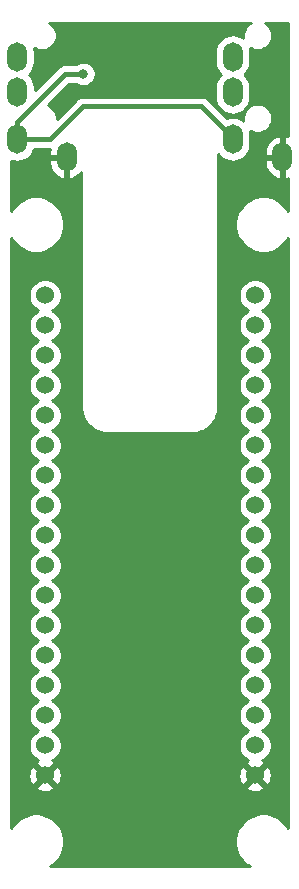
<source format=gtl>
G04 #@! TF.GenerationSoftware,KiCad,Pcbnew,(5.1.0-0)*
G04 #@! TF.CreationDate,2019-06-09T21:10:29+02:00*
G04 #@! TF.ProjectId,blackpill-pendant,626c6163-6b70-4696-9c6c-2d70656e6461,rev?*
G04 #@! TF.SameCoordinates,Original*
G04 #@! TF.FileFunction,Copper,L1,Top*
G04 #@! TF.FilePolarity,Positive*
%FSLAX46Y46*%
G04 Gerber Fmt 4.6, Leading zero omitted, Abs format (unit mm)*
G04 Created by KiCad (PCBNEW (5.1.0-0)) date 2019-06-09 21:10:29*
%MOMM*%
%LPD*%
G04 APERTURE LIST*
%ADD10O,1.700000X2.500000*%
%ADD11C,1.524000*%
%ADD12C,0.800000*%
%ADD13C,0.400000*%
%ADD14C,0.254000*%
G04 APERTURE END LIST*
D10*
X100850000Y-63300000D03*
X96650000Y-61800000D03*
X96650000Y-57800000D03*
X96650000Y-54800000D03*
X82600000Y-63300000D03*
X78400000Y-61800000D03*
X78400000Y-57800000D03*
X78400000Y-54800000D03*
D11*
X80760000Y-75005001D03*
X80760000Y-77545001D03*
X80760000Y-80085001D03*
X80760000Y-82625001D03*
X80760000Y-85165001D03*
X80760000Y-87705001D03*
X80760000Y-90245001D03*
X80760000Y-92785001D03*
X80760000Y-95325001D03*
X80760000Y-97865001D03*
X80760000Y-100405001D03*
X80760000Y-102945001D03*
X80760000Y-105485001D03*
X80760000Y-108025001D03*
X80760000Y-110565001D03*
X80760000Y-113105001D03*
X80760000Y-115645001D03*
X98540000Y-115645001D03*
X98540000Y-113105001D03*
X98540000Y-110565001D03*
X98540000Y-108025001D03*
X98540000Y-105485001D03*
X98540000Y-102945001D03*
X98540000Y-100405001D03*
X98540000Y-97865001D03*
X98540000Y-95325001D03*
X98540000Y-92785001D03*
X98540000Y-90245001D03*
X98540000Y-87705001D03*
X98540000Y-85165001D03*
X98540000Y-82625001D03*
X98540000Y-80085001D03*
X98540000Y-77545001D03*
X98540000Y-75005001D03*
D12*
X89750000Y-53000000D03*
X84000000Y-56249998D03*
D13*
X79500000Y-61800000D02*
X78400000Y-61800000D01*
X84000000Y-59000000D02*
X81200000Y-61800000D01*
X81200000Y-61800000D02*
X79500000Y-61800000D01*
X96650000Y-61800000D02*
X96650000Y-61650000D01*
X96650000Y-61650000D02*
X94000000Y-59000000D01*
X94000000Y-59000000D02*
X84000000Y-59000000D01*
X78400000Y-61800000D02*
X78400000Y-60300000D01*
X78400000Y-60300000D02*
X82450002Y-56249998D01*
X83434315Y-56249998D02*
X84000000Y-56249998D01*
X82450002Y-56249998D02*
X83434315Y-56249998D01*
D14*
G36*
X97962733Y-52040713D02*
G01*
X97790713Y-52212733D01*
X97655557Y-52415008D01*
X97562460Y-52639764D01*
X97515000Y-52878363D01*
X97515000Y-53121637D01*
X97530972Y-53201935D01*
X97479014Y-53159294D01*
X97221034Y-53021401D01*
X96941111Y-52936487D01*
X96650000Y-52907815D01*
X96358890Y-52936487D01*
X96078967Y-53021401D01*
X95820987Y-53159294D01*
X95594866Y-53344866D01*
X95409294Y-53570986D01*
X95271401Y-53828966D01*
X95186487Y-54108889D01*
X95165000Y-54327050D01*
X95165000Y-55272949D01*
X95186487Y-55491110D01*
X95271401Y-55771033D01*
X95409294Y-56029013D01*
X95594866Y-56255134D01*
X95649535Y-56300000D01*
X95594866Y-56344866D01*
X95409294Y-56570986D01*
X95271401Y-56828966D01*
X95186487Y-57108889D01*
X95165000Y-57327050D01*
X95165000Y-58272949D01*
X95186487Y-58491110D01*
X95271401Y-58771033D01*
X95409294Y-59029013D01*
X95594866Y-59255134D01*
X95820986Y-59440706D01*
X96078966Y-59578599D01*
X96358889Y-59663513D01*
X96650000Y-59692185D01*
X96941110Y-59663513D01*
X97221033Y-59578599D01*
X97479013Y-59440706D01*
X97705134Y-59255134D01*
X97890706Y-59029014D01*
X98028599Y-58771034D01*
X98113513Y-58491111D01*
X98135000Y-58272950D01*
X98135000Y-57327051D01*
X98113513Y-57108889D01*
X98028599Y-56828966D01*
X97890706Y-56570986D01*
X97705134Y-56344866D01*
X97650465Y-56300000D01*
X97705134Y-56255134D01*
X97890706Y-56029014D01*
X98028599Y-55771034D01*
X98113513Y-55491111D01*
X98135000Y-55272950D01*
X98135000Y-54327051D01*
X98113513Y-54108889D01*
X98094926Y-54047616D01*
X98165008Y-54094443D01*
X98389764Y-54187540D01*
X98628363Y-54235000D01*
X98871637Y-54235000D01*
X99110236Y-54187540D01*
X99334992Y-54094443D01*
X99537267Y-53959287D01*
X99709287Y-53787267D01*
X99844443Y-53584992D01*
X99937540Y-53360236D01*
X99985000Y-53121637D01*
X99985000Y-52878363D01*
X99937540Y-52639764D01*
X99844443Y-52415008D01*
X99709287Y-52212733D01*
X99537267Y-52040713D01*
X99341641Y-51910000D01*
X101340001Y-51910000D01*
X101340001Y-61496203D01*
X101300953Y-61479437D01*
X101206890Y-61458524D01*
X100977000Y-61579845D01*
X100977000Y-63173000D01*
X100997000Y-63173000D01*
X100997000Y-63427000D01*
X100977000Y-63427000D01*
X100977000Y-65020155D01*
X101206890Y-65141476D01*
X101300953Y-65120563D01*
X101340001Y-65103797D01*
X101340001Y-67835020D01*
X101102550Y-67479651D01*
X100770349Y-67147450D01*
X100379721Y-66886440D01*
X99945679Y-66706654D01*
X99484902Y-66615000D01*
X99015098Y-66615000D01*
X98554321Y-66706654D01*
X98120279Y-66886440D01*
X97729651Y-67147450D01*
X97397450Y-67479651D01*
X97136440Y-67870279D01*
X96956654Y-68304321D01*
X96865000Y-68765098D01*
X96865000Y-69234902D01*
X96956654Y-69695679D01*
X97136440Y-70129721D01*
X97397450Y-70520349D01*
X97729651Y-70852550D01*
X98120279Y-71113560D01*
X98554321Y-71293346D01*
X99015098Y-71385000D01*
X99484902Y-71385000D01*
X99945679Y-71293346D01*
X100379721Y-71113560D01*
X100770349Y-70852550D01*
X101102550Y-70520349D01*
X101340001Y-70164980D01*
X101340000Y-120085019D01*
X101102550Y-119729651D01*
X100770349Y-119397450D01*
X100379721Y-119136440D01*
X99945679Y-118956654D01*
X99484902Y-118865000D01*
X99015098Y-118865000D01*
X98554321Y-118956654D01*
X98120279Y-119136440D01*
X97729651Y-119397450D01*
X97397450Y-119729651D01*
X97136440Y-120120279D01*
X96956654Y-120554321D01*
X96865000Y-121015098D01*
X96865000Y-121484902D01*
X96956654Y-121945679D01*
X97136440Y-122379721D01*
X97397450Y-122770349D01*
X97729651Y-123102550D01*
X98085019Y-123340000D01*
X81164981Y-123340000D01*
X81520349Y-123102550D01*
X81852550Y-122770349D01*
X82113560Y-122379721D01*
X82293346Y-121945679D01*
X82385000Y-121484902D01*
X82385000Y-121015098D01*
X82293346Y-120554321D01*
X82113560Y-120120279D01*
X81852550Y-119729651D01*
X81520349Y-119397450D01*
X81129721Y-119136440D01*
X80695679Y-118956654D01*
X80234902Y-118865000D01*
X79765098Y-118865000D01*
X79304321Y-118956654D01*
X78870279Y-119136440D01*
X78479651Y-119397450D01*
X78147450Y-119729651D01*
X77910000Y-120085019D01*
X77910000Y-116610566D01*
X79974040Y-116610566D01*
X80041020Y-116850657D01*
X80290048Y-116967757D01*
X80557135Y-117034024D01*
X80832017Y-117046911D01*
X81104133Y-117005923D01*
X81363023Y-116912637D01*
X81478980Y-116850657D01*
X81545960Y-116610566D01*
X97754040Y-116610566D01*
X97821020Y-116850657D01*
X98070048Y-116967757D01*
X98337135Y-117034024D01*
X98612017Y-117046911D01*
X98884133Y-117005923D01*
X99143023Y-116912637D01*
X99258980Y-116850657D01*
X99325960Y-116610566D01*
X98540000Y-115824606D01*
X97754040Y-116610566D01*
X81545960Y-116610566D01*
X80760000Y-115824606D01*
X79974040Y-116610566D01*
X77910000Y-116610566D01*
X77910000Y-115717018D01*
X79358090Y-115717018D01*
X79399078Y-115989134D01*
X79492364Y-116248024D01*
X79554344Y-116363981D01*
X79794435Y-116430961D01*
X80580395Y-115645001D01*
X80939605Y-115645001D01*
X81725565Y-116430961D01*
X81965656Y-116363981D01*
X82082756Y-116114953D01*
X82149023Y-115847866D01*
X82155157Y-115717018D01*
X97138090Y-115717018D01*
X97179078Y-115989134D01*
X97272364Y-116248024D01*
X97334344Y-116363981D01*
X97574435Y-116430961D01*
X98360395Y-115645001D01*
X98719605Y-115645001D01*
X99505565Y-116430961D01*
X99745656Y-116363981D01*
X99862756Y-116114953D01*
X99929023Y-115847866D01*
X99941910Y-115572984D01*
X99900922Y-115300868D01*
X99807636Y-115041978D01*
X99745656Y-114926021D01*
X99505565Y-114859041D01*
X98719605Y-115645001D01*
X98360395Y-115645001D01*
X97574435Y-114859041D01*
X97334344Y-114926021D01*
X97217244Y-115175049D01*
X97150977Y-115442136D01*
X97138090Y-115717018D01*
X82155157Y-115717018D01*
X82161910Y-115572984D01*
X82120922Y-115300868D01*
X82027636Y-115041978D01*
X81965656Y-114926021D01*
X81725565Y-114859041D01*
X80939605Y-115645001D01*
X80580395Y-115645001D01*
X79794435Y-114859041D01*
X79554344Y-114926021D01*
X79437244Y-115175049D01*
X79370977Y-115442136D01*
X79358090Y-115717018D01*
X77910000Y-115717018D01*
X77910000Y-74867409D01*
X79363000Y-74867409D01*
X79363000Y-75142593D01*
X79416686Y-75412491D01*
X79521995Y-75666728D01*
X79674880Y-75895536D01*
X79869465Y-76090121D01*
X80098273Y-76243006D01*
X80175515Y-76275001D01*
X80098273Y-76306996D01*
X79869465Y-76459881D01*
X79674880Y-76654466D01*
X79521995Y-76883274D01*
X79416686Y-77137511D01*
X79363000Y-77407409D01*
X79363000Y-77682593D01*
X79416686Y-77952491D01*
X79521995Y-78206728D01*
X79674880Y-78435536D01*
X79869465Y-78630121D01*
X80098273Y-78783006D01*
X80175515Y-78815001D01*
X80098273Y-78846996D01*
X79869465Y-78999881D01*
X79674880Y-79194466D01*
X79521995Y-79423274D01*
X79416686Y-79677511D01*
X79363000Y-79947409D01*
X79363000Y-80222593D01*
X79416686Y-80492491D01*
X79521995Y-80746728D01*
X79674880Y-80975536D01*
X79869465Y-81170121D01*
X80098273Y-81323006D01*
X80175515Y-81355001D01*
X80098273Y-81386996D01*
X79869465Y-81539881D01*
X79674880Y-81734466D01*
X79521995Y-81963274D01*
X79416686Y-82217511D01*
X79363000Y-82487409D01*
X79363000Y-82762593D01*
X79416686Y-83032491D01*
X79521995Y-83286728D01*
X79674880Y-83515536D01*
X79869465Y-83710121D01*
X80098273Y-83863006D01*
X80175515Y-83895001D01*
X80098273Y-83926996D01*
X79869465Y-84079881D01*
X79674880Y-84274466D01*
X79521995Y-84503274D01*
X79416686Y-84757511D01*
X79363000Y-85027409D01*
X79363000Y-85302593D01*
X79416686Y-85572491D01*
X79521995Y-85826728D01*
X79674880Y-86055536D01*
X79869465Y-86250121D01*
X80098273Y-86403006D01*
X80175515Y-86435001D01*
X80098273Y-86466996D01*
X79869465Y-86619881D01*
X79674880Y-86814466D01*
X79521995Y-87043274D01*
X79416686Y-87297511D01*
X79363000Y-87567409D01*
X79363000Y-87842593D01*
X79416686Y-88112491D01*
X79521995Y-88366728D01*
X79674880Y-88595536D01*
X79869465Y-88790121D01*
X80098273Y-88943006D01*
X80175515Y-88975001D01*
X80098273Y-89006996D01*
X79869465Y-89159881D01*
X79674880Y-89354466D01*
X79521995Y-89583274D01*
X79416686Y-89837511D01*
X79363000Y-90107409D01*
X79363000Y-90382593D01*
X79416686Y-90652491D01*
X79521995Y-90906728D01*
X79674880Y-91135536D01*
X79869465Y-91330121D01*
X80098273Y-91483006D01*
X80175515Y-91515001D01*
X80098273Y-91546996D01*
X79869465Y-91699881D01*
X79674880Y-91894466D01*
X79521995Y-92123274D01*
X79416686Y-92377511D01*
X79363000Y-92647409D01*
X79363000Y-92922593D01*
X79416686Y-93192491D01*
X79521995Y-93446728D01*
X79674880Y-93675536D01*
X79869465Y-93870121D01*
X80098273Y-94023006D01*
X80175515Y-94055001D01*
X80098273Y-94086996D01*
X79869465Y-94239881D01*
X79674880Y-94434466D01*
X79521995Y-94663274D01*
X79416686Y-94917511D01*
X79363000Y-95187409D01*
X79363000Y-95462593D01*
X79416686Y-95732491D01*
X79521995Y-95986728D01*
X79674880Y-96215536D01*
X79869465Y-96410121D01*
X80098273Y-96563006D01*
X80175515Y-96595001D01*
X80098273Y-96626996D01*
X79869465Y-96779881D01*
X79674880Y-96974466D01*
X79521995Y-97203274D01*
X79416686Y-97457511D01*
X79363000Y-97727409D01*
X79363000Y-98002593D01*
X79416686Y-98272491D01*
X79521995Y-98526728D01*
X79674880Y-98755536D01*
X79869465Y-98950121D01*
X80098273Y-99103006D01*
X80175515Y-99135001D01*
X80098273Y-99166996D01*
X79869465Y-99319881D01*
X79674880Y-99514466D01*
X79521995Y-99743274D01*
X79416686Y-99997511D01*
X79363000Y-100267409D01*
X79363000Y-100542593D01*
X79416686Y-100812491D01*
X79521995Y-101066728D01*
X79674880Y-101295536D01*
X79869465Y-101490121D01*
X80098273Y-101643006D01*
X80175515Y-101675001D01*
X80098273Y-101706996D01*
X79869465Y-101859881D01*
X79674880Y-102054466D01*
X79521995Y-102283274D01*
X79416686Y-102537511D01*
X79363000Y-102807409D01*
X79363000Y-103082593D01*
X79416686Y-103352491D01*
X79521995Y-103606728D01*
X79674880Y-103835536D01*
X79869465Y-104030121D01*
X80098273Y-104183006D01*
X80175515Y-104215001D01*
X80098273Y-104246996D01*
X79869465Y-104399881D01*
X79674880Y-104594466D01*
X79521995Y-104823274D01*
X79416686Y-105077511D01*
X79363000Y-105347409D01*
X79363000Y-105622593D01*
X79416686Y-105892491D01*
X79521995Y-106146728D01*
X79674880Y-106375536D01*
X79869465Y-106570121D01*
X80098273Y-106723006D01*
X80175515Y-106755001D01*
X80098273Y-106786996D01*
X79869465Y-106939881D01*
X79674880Y-107134466D01*
X79521995Y-107363274D01*
X79416686Y-107617511D01*
X79363000Y-107887409D01*
X79363000Y-108162593D01*
X79416686Y-108432491D01*
X79521995Y-108686728D01*
X79674880Y-108915536D01*
X79869465Y-109110121D01*
X80098273Y-109263006D01*
X80175515Y-109295001D01*
X80098273Y-109326996D01*
X79869465Y-109479881D01*
X79674880Y-109674466D01*
X79521995Y-109903274D01*
X79416686Y-110157511D01*
X79363000Y-110427409D01*
X79363000Y-110702593D01*
X79416686Y-110972491D01*
X79521995Y-111226728D01*
X79674880Y-111455536D01*
X79869465Y-111650121D01*
X80098273Y-111803006D01*
X80175515Y-111835001D01*
X80098273Y-111866996D01*
X79869465Y-112019881D01*
X79674880Y-112214466D01*
X79521995Y-112443274D01*
X79416686Y-112697511D01*
X79363000Y-112967409D01*
X79363000Y-113242593D01*
X79416686Y-113512491D01*
X79521995Y-113766728D01*
X79674880Y-113995536D01*
X79869465Y-114190121D01*
X80098273Y-114343006D01*
X80169943Y-114372693D01*
X80156977Y-114377365D01*
X80041020Y-114439345D01*
X79974040Y-114679436D01*
X80760000Y-115465396D01*
X81545960Y-114679436D01*
X81478980Y-114439345D01*
X81343240Y-114375516D01*
X81421727Y-114343006D01*
X81650535Y-114190121D01*
X81845120Y-113995536D01*
X81998005Y-113766728D01*
X82103314Y-113512491D01*
X82157000Y-113242593D01*
X82157000Y-112967409D01*
X82103314Y-112697511D01*
X81998005Y-112443274D01*
X81845120Y-112214466D01*
X81650535Y-112019881D01*
X81421727Y-111866996D01*
X81344485Y-111835001D01*
X81421727Y-111803006D01*
X81650535Y-111650121D01*
X81845120Y-111455536D01*
X81998005Y-111226728D01*
X82103314Y-110972491D01*
X82157000Y-110702593D01*
X82157000Y-110427409D01*
X82103314Y-110157511D01*
X81998005Y-109903274D01*
X81845120Y-109674466D01*
X81650535Y-109479881D01*
X81421727Y-109326996D01*
X81344485Y-109295001D01*
X81421727Y-109263006D01*
X81650535Y-109110121D01*
X81845120Y-108915536D01*
X81998005Y-108686728D01*
X82103314Y-108432491D01*
X82157000Y-108162593D01*
X82157000Y-107887409D01*
X82103314Y-107617511D01*
X81998005Y-107363274D01*
X81845120Y-107134466D01*
X81650535Y-106939881D01*
X81421727Y-106786996D01*
X81344485Y-106755001D01*
X81421727Y-106723006D01*
X81650535Y-106570121D01*
X81845120Y-106375536D01*
X81998005Y-106146728D01*
X82103314Y-105892491D01*
X82157000Y-105622593D01*
X82157000Y-105347409D01*
X82103314Y-105077511D01*
X81998005Y-104823274D01*
X81845120Y-104594466D01*
X81650535Y-104399881D01*
X81421727Y-104246996D01*
X81344485Y-104215001D01*
X81421727Y-104183006D01*
X81650535Y-104030121D01*
X81845120Y-103835536D01*
X81998005Y-103606728D01*
X82103314Y-103352491D01*
X82157000Y-103082593D01*
X82157000Y-102807409D01*
X82103314Y-102537511D01*
X81998005Y-102283274D01*
X81845120Y-102054466D01*
X81650535Y-101859881D01*
X81421727Y-101706996D01*
X81344485Y-101675001D01*
X81421727Y-101643006D01*
X81650535Y-101490121D01*
X81845120Y-101295536D01*
X81998005Y-101066728D01*
X82103314Y-100812491D01*
X82157000Y-100542593D01*
X82157000Y-100267409D01*
X82103314Y-99997511D01*
X81998005Y-99743274D01*
X81845120Y-99514466D01*
X81650535Y-99319881D01*
X81421727Y-99166996D01*
X81344485Y-99135001D01*
X81421727Y-99103006D01*
X81650535Y-98950121D01*
X81845120Y-98755536D01*
X81998005Y-98526728D01*
X82103314Y-98272491D01*
X82157000Y-98002593D01*
X82157000Y-97727409D01*
X82103314Y-97457511D01*
X81998005Y-97203274D01*
X81845120Y-96974466D01*
X81650535Y-96779881D01*
X81421727Y-96626996D01*
X81344485Y-96595001D01*
X81421727Y-96563006D01*
X81650535Y-96410121D01*
X81845120Y-96215536D01*
X81998005Y-95986728D01*
X82103314Y-95732491D01*
X82157000Y-95462593D01*
X82157000Y-95187409D01*
X82103314Y-94917511D01*
X81998005Y-94663274D01*
X81845120Y-94434466D01*
X81650535Y-94239881D01*
X81421727Y-94086996D01*
X81344485Y-94055001D01*
X81421727Y-94023006D01*
X81650535Y-93870121D01*
X81845120Y-93675536D01*
X81998005Y-93446728D01*
X82103314Y-93192491D01*
X82157000Y-92922593D01*
X82157000Y-92647409D01*
X82103314Y-92377511D01*
X81998005Y-92123274D01*
X81845120Y-91894466D01*
X81650535Y-91699881D01*
X81421727Y-91546996D01*
X81344485Y-91515001D01*
X81421727Y-91483006D01*
X81650535Y-91330121D01*
X81845120Y-91135536D01*
X81998005Y-90906728D01*
X82103314Y-90652491D01*
X82157000Y-90382593D01*
X82157000Y-90107409D01*
X82103314Y-89837511D01*
X81998005Y-89583274D01*
X81845120Y-89354466D01*
X81650535Y-89159881D01*
X81421727Y-89006996D01*
X81344485Y-88975001D01*
X81421727Y-88943006D01*
X81650535Y-88790121D01*
X81845120Y-88595536D01*
X81998005Y-88366728D01*
X82103314Y-88112491D01*
X82157000Y-87842593D01*
X82157000Y-87567409D01*
X82103314Y-87297511D01*
X81998005Y-87043274D01*
X81845120Y-86814466D01*
X81650535Y-86619881D01*
X81421727Y-86466996D01*
X81344485Y-86435001D01*
X81421727Y-86403006D01*
X81650535Y-86250121D01*
X81845120Y-86055536D01*
X81998005Y-85826728D01*
X82103314Y-85572491D01*
X82157000Y-85302593D01*
X82157000Y-85027409D01*
X82103314Y-84757511D01*
X81998005Y-84503274D01*
X81845120Y-84274466D01*
X81650535Y-84079881D01*
X81421727Y-83926996D01*
X81344485Y-83895001D01*
X81421727Y-83863006D01*
X81650535Y-83710121D01*
X81845120Y-83515536D01*
X81998005Y-83286728D01*
X82103314Y-83032491D01*
X82157000Y-82762593D01*
X82157000Y-82487409D01*
X82103314Y-82217511D01*
X81998005Y-81963274D01*
X81845120Y-81734466D01*
X81650535Y-81539881D01*
X81421727Y-81386996D01*
X81344485Y-81355001D01*
X81421727Y-81323006D01*
X81650535Y-81170121D01*
X81845120Y-80975536D01*
X81998005Y-80746728D01*
X82103314Y-80492491D01*
X82157000Y-80222593D01*
X82157000Y-79947409D01*
X82103314Y-79677511D01*
X81998005Y-79423274D01*
X81845120Y-79194466D01*
X81650535Y-78999881D01*
X81421727Y-78846996D01*
X81344485Y-78815001D01*
X81421727Y-78783006D01*
X81650535Y-78630121D01*
X81845120Y-78435536D01*
X81998005Y-78206728D01*
X82103314Y-77952491D01*
X82157000Y-77682593D01*
X82157000Y-77407409D01*
X82103314Y-77137511D01*
X81998005Y-76883274D01*
X81845120Y-76654466D01*
X81650535Y-76459881D01*
X81421727Y-76306996D01*
X81344485Y-76275001D01*
X81421727Y-76243006D01*
X81650535Y-76090121D01*
X81845120Y-75895536D01*
X81998005Y-75666728D01*
X82103314Y-75412491D01*
X82157000Y-75142593D01*
X82157000Y-74867409D01*
X82103314Y-74597511D01*
X81998005Y-74343274D01*
X81845120Y-74114466D01*
X81650535Y-73919881D01*
X81421727Y-73766996D01*
X81167490Y-73661687D01*
X80897592Y-73608001D01*
X80622408Y-73608001D01*
X80352510Y-73661687D01*
X80098273Y-73766996D01*
X79869465Y-73919881D01*
X79674880Y-74114466D01*
X79521995Y-74343274D01*
X79416686Y-74597511D01*
X79363000Y-74867409D01*
X77910000Y-74867409D01*
X77910000Y-70164981D01*
X78147450Y-70520349D01*
X78479651Y-70852550D01*
X78870279Y-71113560D01*
X79304321Y-71293346D01*
X79765098Y-71385000D01*
X80234902Y-71385000D01*
X80695679Y-71293346D01*
X81129721Y-71113560D01*
X81520349Y-70852550D01*
X81852550Y-70520349D01*
X82113560Y-70129721D01*
X82293346Y-69695679D01*
X82385000Y-69234902D01*
X82385000Y-68765098D01*
X82293346Y-68304321D01*
X82113560Y-67870279D01*
X81852550Y-67479651D01*
X81520349Y-67147450D01*
X81129721Y-66886440D01*
X80695679Y-66706654D01*
X80234902Y-66615000D01*
X79765098Y-66615000D01*
X79304321Y-66706654D01*
X78870279Y-66886440D01*
X78479651Y-67147450D01*
X78147450Y-67479651D01*
X77910000Y-67835019D01*
X77910000Y-63603180D01*
X78108889Y-63663513D01*
X78400000Y-63692185D01*
X78691110Y-63663513D01*
X78971033Y-63578599D01*
X79229013Y-63440706D01*
X79245713Y-63427000D01*
X81115000Y-63427000D01*
X81115000Y-63827000D01*
X81168310Y-64114269D01*
X81276639Y-64385618D01*
X81435824Y-64630619D01*
X81639748Y-64839857D01*
X81880574Y-65005291D01*
X82149047Y-65120563D01*
X82243110Y-65141476D01*
X82473000Y-65020155D01*
X82473000Y-63427000D01*
X81115000Y-63427000D01*
X79245713Y-63427000D01*
X79455134Y-63255134D01*
X79640706Y-63029014D01*
X79778599Y-62771034D01*
X79819865Y-62635000D01*
X81140609Y-62635000D01*
X81115000Y-62773000D01*
X81115000Y-63173000D01*
X82473000Y-63173000D01*
X82473000Y-63153000D01*
X82727000Y-63153000D01*
X82727000Y-63173000D01*
X82747000Y-63173000D01*
X82747000Y-63427000D01*
X82727000Y-63427000D01*
X82727000Y-65020155D01*
X82956890Y-65141476D01*
X83050953Y-65120563D01*
X83319426Y-65005291D01*
X83560252Y-64839857D01*
X83764176Y-64630619D01*
X83840001Y-64513917D01*
X83840000Y-84532418D01*
X83842818Y-84561027D01*
X83842753Y-84570288D01*
X83843652Y-84579460D01*
X83874252Y-84870605D01*
X83886283Y-84929217D01*
X83897489Y-84987963D01*
X83900153Y-84996784D01*
X83986721Y-85276440D01*
X84009899Y-85331578D01*
X84032311Y-85387050D01*
X84036638Y-85395186D01*
X84175877Y-85652702D01*
X84209304Y-85702259D01*
X84242080Y-85752347D01*
X84247905Y-85759488D01*
X84434510Y-85985056D01*
X84476965Y-86027215D01*
X84518809Y-86069945D01*
X84525909Y-86075819D01*
X84752773Y-86260845D01*
X84802566Y-86293927D01*
X84851955Y-86327745D01*
X84860061Y-86332127D01*
X85118542Y-86469564D01*
X85173836Y-86492355D01*
X85228829Y-86515925D01*
X85237632Y-86518650D01*
X85517887Y-86603264D01*
X85576564Y-86614882D01*
X85635079Y-86627320D01*
X85644242Y-86628283D01*
X85644244Y-86628283D01*
X85935596Y-86656850D01*
X85935598Y-86656850D01*
X85967581Y-86660000D01*
X93282419Y-86660000D01*
X93311028Y-86657182D01*
X93320288Y-86657247D01*
X93329460Y-86656348D01*
X93620605Y-86625748D01*
X93679217Y-86613717D01*
X93737963Y-86602511D01*
X93746784Y-86599847D01*
X94026440Y-86513279D01*
X94081578Y-86490101D01*
X94137050Y-86467689D01*
X94145181Y-86463365D01*
X94145185Y-86463363D01*
X94145188Y-86463361D01*
X94402702Y-86324123D01*
X94452259Y-86290696D01*
X94502347Y-86257920D01*
X94509488Y-86252095D01*
X94735056Y-86065490D01*
X94777215Y-86023035D01*
X94819945Y-85981191D01*
X94825819Y-85974091D01*
X95010845Y-85747227D01*
X95043927Y-85697434D01*
X95077745Y-85648045D01*
X95082127Y-85639939D01*
X95219564Y-85381458D01*
X95242355Y-85326164D01*
X95265925Y-85271171D01*
X95268650Y-85262368D01*
X95353264Y-84982113D01*
X95364882Y-84923436D01*
X95377320Y-84864921D01*
X95378283Y-84855756D01*
X95406850Y-84564404D01*
X95406850Y-84564402D01*
X95410000Y-84532419D01*
X95410000Y-74867409D01*
X97143000Y-74867409D01*
X97143000Y-75142593D01*
X97196686Y-75412491D01*
X97301995Y-75666728D01*
X97454880Y-75895536D01*
X97649465Y-76090121D01*
X97878273Y-76243006D01*
X97955515Y-76275001D01*
X97878273Y-76306996D01*
X97649465Y-76459881D01*
X97454880Y-76654466D01*
X97301995Y-76883274D01*
X97196686Y-77137511D01*
X97143000Y-77407409D01*
X97143000Y-77682593D01*
X97196686Y-77952491D01*
X97301995Y-78206728D01*
X97454880Y-78435536D01*
X97649465Y-78630121D01*
X97878273Y-78783006D01*
X97955515Y-78815001D01*
X97878273Y-78846996D01*
X97649465Y-78999881D01*
X97454880Y-79194466D01*
X97301995Y-79423274D01*
X97196686Y-79677511D01*
X97143000Y-79947409D01*
X97143000Y-80222593D01*
X97196686Y-80492491D01*
X97301995Y-80746728D01*
X97454880Y-80975536D01*
X97649465Y-81170121D01*
X97878273Y-81323006D01*
X97955515Y-81355001D01*
X97878273Y-81386996D01*
X97649465Y-81539881D01*
X97454880Y-81734466D01*
X97301995Y-81963274D01*
X97196686Y-82217511D01*
X97143000Y-82487409D01*
X97143000Y-82762593D01*
X97196686Y-83032491D01*
X97301995Y-83286728D01*
X97454880Y-83515536D01*
X97649465Y-83710121D01*
X97878273Y-83863006D01*
X97955515Y-83895001D01*
X97878273Y-83926996D01*
X97649465Y-84079881D01*
X97454880Y-84274466D01*
X97301995Y-84503274D01*
X97196686Y-84757511D01*
X97143000Y-85027409D01*
X97143000Y-85302593D01*
X97196686Y-85572491D01*
X97301995Y-85826728D01*
X97454880Y-86055536D01*
X97649465Y-86250121D01*
X97878273Y-86403006D01*
X97955515Y-86435001D01*
X97878273Y-86466996D01*
X97649465Y-86619881D01*
X97454880Y-86814466D01*
X97301995Y-87043274D01*
X97196686Y-87297511D01*
X97143000Y-87567409D01*
X97143000Y-87842593D01*
X97196686Y-88112491D01*
X97301995Y-88366728D01*
X97454880Y-88595536D01*
X97649465Y-88790121D01*
X97878273Y-88943006D01*
X97955515Y-88975001D01*
X97878273Y-89006996D01*
X97649465Y-89159881D01*
X97454880Y-89354466D01*
X97301995Y-89583274D01*
X97196686Y-89837511D01*
X97143000Y-90107409D01*
X97143000Y-90382593D01*
X97196686Y-90652491D01*
X97301995Y-90906728D01*
X97454880Y-91135536D01*
X97649465Y-91330121D01*
X97878273Y-91483006D01*
X97955515Y-91515001D01*
X97878273Y-91546996D01*
X97649465Y-91699881D01*
X97454880Y-91894466D01*
X97301995Y-92123274D01*
X97196686Y-92377511D01*
X97143000Y-92647409D01*
X97143000Y-92922593D01*
X97196686Y-93192491D01*
X97301995Y-93446728D01*
X97454880Y-93675536D01*
X97649465Y-93870121D01*
X97878273Y-94023006D01*
X97955515Y-94055001D01*
X97878273Y-94086996D01*
X97649465Y-94239881D01*
X97454880Y-94434466D01*
X97301995Y-94663274D01*
X97196686Y-94917511D01*
X97143000Y-95187409D01*
X97143000Y-95462593D01*
X97196686Y-95732491D01*
X97301995Y-95986728D01*
X97454880Y-96215536D01*
X97649465Y-96410121D01*
X97878273Y-96563006D01*
X97955515Y-96595001D01*
X97878273Y-96626996D01*
X97649465Y-96779881D01*
X97454880Y-96974466D01*
X97301995Y-97203274D01*
X97196686Y-97457511D01*
X97143000Y-97727409D01*
X97143000Y-98002593D01*
X97196686Y-98272491D01*
X97301995Y-98526728D01*
X97454880Y-98755536D01*
X97649465Y-98950121D01*
X97878273Y-99103006D01*
X97955515Y-99135001D01*
X97878273Y-99166996D01*
X97649465Y-99319881D01*
X97454880Y-99514466D01*
X97301995Y-99743274D01*
X97196686Y-99997511D01*
X97143000Y-100267409D01*
X97143000Y-100542593D01*
X97196686Y-100812491D01*
X97301995Y-101066728D01*
X97454880Y-101295536D01*
X97649465Y-101490121D01*
X97878273Y-101643006D01*
X97955515Y-101675001D01*
X97878273Y-101706996D01*
X97649465Y-101859881D01*
X97454880Y-102054466D01*
X97301995Y-102283274D01*
X97196686Y-102537511D01*
X97143000Y-102807409D01*
X97143000Y-103082593D01*
X97196686Y-103352491D01*
X97301995Y-103606728D01*
X97454880Y-103835536D01*
X97649465Y-104030121D01*
X97878273Y-104183006D01*
X97955515Y-104215001D01*
X97878273Y-104246996D01*
X97649465Y-104399881D01*
X97454880Y-104594466D01*
X97301995Y-104823274D01*
X97196686Y-105077511D01*
X97143000Y-105347409D01*
X97143000Y-105622593D01*
X97196686Y-105892491D01*
X97301995Y-106146728D01*
X97454880Y-106375536D01*
X97649465Y-106570121D01*
X97878273Y-106723006D01*
X97955515Y-106755001D01*
X97878273Y-106786996D01*
X97649465Y-106939881D01*
X97454880Y-107134466D01*
X97301995Y-107363274D01*
X97196686Y-107617511D01*
X97143000Y-107887409D01*
X97143000Y-108162593D01*
X97196686Y-108432491D01*
X97301995Y-108686728D01*
X97454880Y-108915536D01*
X97649465Y-109110121D01*
X97878273Y-109263006D01*
X97955515Y-109295001D01*
X97878273Y-109326996D01*
X97649465Y-109479881D01*
X97454880Y-109674466D01*
X97301995Y-109903274D01*
X97196686Y-110157511D01*
X97143000Y-110427409D01*
X97143000Y-110702593D01*
X97196686Y-110972491D01*
X97301995Y-111226728D01*
X97454880Y-111455536D01*
X97649465Y-111650121D01*
X97878273Y-111803006D01*
X97955515Y-111835001D01*
X97878273Y-111866996D01*
X97649465Y-112019881D01*
X97454880Y-112214466D01*
X97301995Y-112443274D01*
X97196686Y-112697511D01*
X97143000Y-112967409D01*
X97143000Y-113242593D01*
X97196686Y-113512491D01*
X97301995Y-113766728D01*
X97454880Y-113995536D01*
X97649465Y-114190121D01*
X97878273Y-114343006D01*
X97949943Y-114372693D01*
X97936977Y-114377365D01*
X97821020Y-114439345D01*
X97754040Y-114679436D01*
X98540000Y-115465396D01*
X99325960Y-114679436D01*
X99258980Y-114439345D01*
X99123240Y-114375516D01*
X99201727Y-114343006D01*
X99430535Y-114190121D01*
X99625120Y-113995536D01*
X99778005Y-113766728D01*
X99883314Y-113512491D01*
X99937000Y-113242593D01*
X99937000Y-112967409D01*
X99883314Y-112697511D01*
X99778005Y-112443274D01*
X99625120Y-112214466D01*
X99430535Y-112019881D01*
X99201727Y-111866996D01*
X99124485Y-111835001D01*
X99201727Y-111803006D01*
X99430535Y-111650121D01*
X99625120Y-111455536D01*
X99778005Y-111226728D01*
X99883314Y-110972491D01*
X99937000Y-110702593D01*
X99937000Y-110427409D01*
X99883314Y-110157511D01*
X99778005Y-109903274D01*
X99625120Y-109674466D01*
X99430535Y-109479881D01*
X99201727Y-109326996D01*
X99124485Y-109295001D01*
X99201727Y-109263006D01*
X99430535Y-109110121D01*
X99625120Y-108915536D01*
X99778005Y-108686728D01*
X99883314Y-108432491D01*
X99937000Y-108162593D01*
X99937000Y-107887409D01*
X99883314Y-107617511D01*
X99778005Y-107363274D01*
X99625120Y-107134466D01*
X99430535Y-106939881D01*
X99201727Y-106786996D01*
X99124485Y-106755001D01*
X99201727Y-106723006D01*
X99430535Y-106570121D01*
X99625120Y-106375536D01*
X99778005Y-106146728D01*
X99883314Y-105892491D01*
X99937000Y-105622593D01*
X99937000Y-105347409D01*
X99883314Y-105077511D01*
X99778005Y-104823274D01*
X99625120Y-104594466D01*
X99430535Y-104399881D01*
X99201727Y-104246996D01*
X99124485Y-104215001D01*
X99201727Y-104183006D01*
X99430535Y-104030121D01*
X99625120Y-103835536D01*
X99778005Y-103606728D01*
X99883314Y-103352491D01*
X99937000Y-103082593D01*
X99937000Y-102807409D01*
X99883314Y-102537511D01*
X99778005Y-102283274D01*
X99625120Y-102054466D01*
X99430535Y-101859881D01*
X99201727Y-101706996D01*
X99124485Y-101675001D01*
X99201727Y-101643006D01*
X99430535Y-101490121D01*
X99625120Y-101295536D01*
X99778005Y-101066728D01*
X99883314Y-100812491D01*
X99937000Y-100542593D01*
X99937000Y-100267409D01*
X99883314Y-99997511D01*
X99778005Y-99743274D01*
X99625120Y-99514466D01*
X99430535Y-99319881D01*
X99201727Y-99166996D01*
X99124485Y-99135001D01*
X99201727Y-99103006D01*
X99430535Y-98950121D01*
X99625120Y-98755536D01*
X99778005Y-98526728D01*
X99883314Y-98272491D01*
X99937000Y-98002593D01*
X99937000Y-97727409D01*
X99883314Y-97457511D01*
X99778005Y-97203274D01*
X99625120Y-96974466D01*
X99430535Y-96779881D01*
X99201727Y-96626996D01*
X99124485Y-96595001D01*
X99201727Y-96563006D01*
X99430535Y-96410121D01*
X99625120Y-96215536D01*
X99778005Y-95986728D01*
X99883314Y-95732491D01*
X99937000Y-95462593D01*
X99937000Y-95187409D01*
X99883314Y-94917511D01*
X99778005Y-94663274D01*
X99625120Y-94434466D01*
X99430535Y-94239881D01*
X99201727Y-94086996D01*
X99124485Y-94055001D01*
X99201727Y-94023006D01*
X99430535Y-93870121D01*
X99625120Y-93675536D01*
X99778005Y-93446728D01*
X99883314Y-93192491D01*
X99937000Y-92922593D01*
X99937000Y-92647409D01*
X99883314Y-92377511D01*
X99778005Y-92123274D01*
X99625120Y-91894466D01*
X99430535Y-91699881D01*
X99201727Y-91546996D01*
X99124485Y-91515001D01*
X99201727Y-91483006D01*
X99430535Y-91330121D01*
X99625120Y-91135536D01*
X99778005Y-90906728D01*
X99883314Y-90652491D01*
X99937000Y-90382593D01*
X99937000Y-90107409D01*
X99883314Y-89837511D01*
X99778005Y-89583274D01*
X99625120Y-89354466D01*
X99430535Y-89159881D01*
X99201727Y-89006996D01*
X99124485Y-88975001D01*
X99201727Y-88943006D01*
X99430535Y-88790121D01*
X99625120Y-88595536D01*
X99778005Y-88366728D01*
X99883314Y-88112491D01*
X99937000Y-87842593D01*
X99937000Y-87567409D01*
X99883314Y-87297511D01*
X99778005Y-87043274D01*
X99625120Y-86814466D01*
X99430535Y-86619881D01*
X99201727Y-86466996D01*
X99124485Y-86435001D01*
X99201727Y-86403006D01*
X99430535Y-86250121D01*
X99625120Y-86055536D01*
X99778005Y-85826728D01*
X99883314Y-85572491D01*
X99937000Y-85302593D01*
X99937000Y-85027409D01*
X99883314Y-84757511D01*
X99778005Y-84503274D01*
X99625120Y-84274466D01*
X99430535Y-84079881D01*
X99201727Y-83926996D01*
X99124485Y-83895001D01*
X99201727Y-83863006D01*
X99430535Y-83710121D01*
X99625120Y-83515536D01*
X99778005Y-83286728D01*
X99883314Y-83032491D01*
X99937000Y-82762593D01*
X99937000Y-82487409D01*
X99883314Y-82217511D01*
X99778005Y-81963274D01*
X99625120Y-81734466D01*
X99430535Y-81539881D01*
X99201727Y-81386996D01*
X99124485Y-81355001D01*
X99201727Y-81323006D01*
X99430535Y-81170121D01*
X99625120Y-80975536D01*
X99778005Y-80746728D01*
X99883314Y-80492491D01*
X99937000Y-80222593D01*
X99937000Y-79947409D01*
X99883314Y-79677511D01*
X99778005Y-79423274D01*
X99625120Y-79194466D01*
X99430535Y-78999881D01*
X99201727Y-78846996D01*
X99124485Y-78815001D01*
X99201727Y-78783006D01*
X99430535Y-78630121D01*
X99625120Y-78435536D01*
X99778005Y-78206728D01*
X99883314Y-77952491D01*
X99937000Y-77682593D01*
X99937000Y-77407409D01*
X99883314Y-77137511D01*
X99778005Y-76883274D01*
X99625120Y-76654466D01*
X99430535Y-76459881D01*
X99201727Y-76306996D01*
X99124485Y-76275001D01*
X99201727Y-76243006D01*
X99430535Y-76090121D01*
X99625120Y-75895536D01*
X99778005Y-75666728D01*
X99883314Y-75412491D01*
X99937000Y-75142593D01*
X99937000Y-74867409D01*
X99883314Y-74597511D01*
X99778005Y-74343274D01*
X99625120Y-74114466D01*
X99430535Y-73919881D01*
X99201727Y-73766996D01*
X98947490Y-73661687D01*
X98677592Y-73608001D01*
X98402408Y-73608001D01*
X98132510Y-73661687D01*
X97878273Y-73766996D01*
X97649465Y-73919881D01*
X97454880Y-74114466D01*
X97301995Y-74343274D01*
X97196686Y-74597511D01*
X97143000Y-74867409D01*
X95410000Y-74867409D01*
X95410000Y-63029873D01*
X95594866Y-63255134D01*
X95820986Y-63440706D01*
X96078966Y-63578599D01*
X96358889Y-63663513D01*
X96650000Y-63692185D01*
X96941110Y-63663513D01*
X97221033Y-63578599D01*
X97479013Y-63440706D01*
X97495713Y-63427000D01*
X99365000Y-63427000D01*
X99365000Y-63827000D01*
X99418310Y-64114269D01*
X99526639Y-64385618D01*
X99685824Y-64630619D01*
X99889748Y-64839857D01*
X100130574Y-65005291D01*
X100399047Y-65120563D01*
X100493110Y-65141476D01*
X100723000Y-65020155D01*
X100723000Y-63427000D01*
X99365000Y-63427000D01*
X97495713Y-63427000D01*
X97705134Y-63255134D01*
X97890706Y-63029014D01*
X98027548Y-62773000D01*
X99365000Y-62773000D01*
X99365000Y-63173000D01*
X100723000Y-63173000D01*
X100723000Y-61579845D01*
X100493110Y-61458524D01*
X100399047Y-61479437D01*
X100130574Y-61594709D01*
X99889748Y-61760143D01*
X99685824Y-61969381D01*
X99526639Y-62214382D01*
X99418310Y-62485731D01*
X99365000Y-62773000D01*
X98027548Y-62773000D01*
X98028599Y-62771034D01*
X98113513Y-62491111D01*
X98135000Y-62272950D01*
X98135000Y-61327051D01*
X98113513Y-61108889D01*
X98094926Y-61047616D01*
X98165008Y-61094443D01*
X98389764Y-61187540D01*
X98628363Y-61235000D01*
X98871637Y-61235000D01*
X99110236Y-61187540D01*
X99334992Y-61094443D01*
X99537267Y-60959287D01*
X99709287Y-60787267D01*
X99844443Y-60584992D01*
X99937540Y-60360236D01*
X99985000Y-60121637D01*
X99985000Y-59878363D01*
X99937540Y-59639764D01*
X99844443Y-59415008D01*
X99709287Y-59212733D01*
X99537267Y-59040713D01*
X99334992Y-58905557D01*
X99110236Y-58812460D01*
X98871637Y-58765000D01*
X98628363Y-58765000D01*
X98389764Y-58812460D01*
X98165008Y-58905557D01*
X97962733Y-59040713D01*
X97790713Y-59212733D01*
X97655557Y-59415008D01*
X97562460Y-59639764D01*
X97515000Y-59878363D01*
X97515000Y-60121637D01*
X97530972Y-60201935D01*
X97479014Y-60159294D01*
X97221034Y-60021401D01*
X96941111Y-59936487D01*
X96650000Y-59907815D01*
X96358890Y-59936487D01*
X96173571Y-59992703D01*
X94619446Y-58438579D01*
X94593291Y-58406709D01*
X94466146Y-58302364D01*
X94321087Y-58224828D01*
X94163689Y-58177082D01*
X94041019Y-58165000D01*
X94041018Y-58165000D01*
X94000000Y-58160960D01*
X93958982Y-58165000D01*
X84041018Y-58165000D01*
X84000000Y-58160960D01*
X83958981Y-58165000D01*
X83836311Y-58177082D01*
X83678913Y-58224828D01*
X83533854Y-58302364D01*
X83406709Y-58406709D01*
X83380559Y-58438573D01*
X81735000Y-60084133D01*
X81735000Y-59878363D01*
X81687540Y-59639764D01*
X81594443Y-59415008D01*
X81459287Y-59212733D01*
X81287267Y-59040713D01*
X81084992Y-58905557D01*
X81007436Y-58873432D01*
X82795871Y-57084998D01*
X83386715Y-57084998D01*
X83509744Y-57167203D01*
X83698102Y-57245224D01*
X83898061Y-57284998D01*
X84101939Y-57284998D01*
X84301898Y-57245224D01*
X84490256Y-57167203D01*
X84659774Y-57053935D01*
X84803937Y-56909772D01*
X84917205Y-56740254D01*
X84995226Y-56551896D01*
X85035000Y-56351937D01*
X85035000Y-56148059D01*
X84995226Y-55948100D01*
X84917205Y-55759742D01*
X84803937Y-55590224D01*
X84659774Y-55446061D01*
X84490256Y-55332793D01*
X84301898Y-55254772D01*
X84101939Y-55214998D01*
X83898061Y-55214998D01*
X83698102Y-55254772D01*
X83509744Y-55332793D01*
X83386715Y-55414998D01*
X82491020Y-55414998D01*
X82450002Y-55410958D01*
X82408984Y-55414998D01*
X82408983Y-55414998D01*
X82286313Y-55427080D01*
X82128915Y-55474826D01*
X81983856Y-55552362D01*
X81856711Y-55656707D01*
X81830565Y-55688566D01*
X79885000Y-57634132D01*
X79885000Y-57327051D01*
X79863513Y-57108889D01*
X79778599Y-56828966D01*
X79640706Y-56570986D01*
X79455134Y-56344866D01*
X79400465Y-56300000D01*
X79455134Y-56255134D01*
X79640706Y-56029014D01*
X79778599Y-55771034D01*
X79863513Y-55491111D01*
X79885000Y-55272950D01*
X79885000Y-54327051D01*
X79863513Y-54108889D01*
X79844926Y-54047616D01*
X79915008Y-54094443D01*
X80139764Y-54187540D01*
X80378363Y-54235000D01*
X80621637Y-54235000D01*
X80860236Y-54187540D01*
X81084992Y-54094443D01*
X81287267Y-53959287D01*
X81459287Y-53787267D01*
X81594443Y-53584992D01*
X81687540Y-53360236D01*
X81735000Y-53121637D01*
X81735000Y-52878363D01*
X81687540Y-52639764D01*
X81594443Y-52415008D01*
X81459287Y-52212733D01*
X81287267Y-52040713D01*
X81091641Y-51910000D01*
X98158359Y-51910000D01*
X97962733Y-52040713D01*
X97962733Y-52040713D01*
G37*
X97962733Y-52040713D02*
X97790713Y-52212733D01*
X97655557Y-52415008D01*
X97562460Y-52639764D01*
X97515000Y-52878363D01*
X97515000Y-53121637D01*
X97530972Y-53201935D01*
X97479014Y-53159294D01*
X97221034Y-53021401D01*
X96941111Y-52936487D01*
X96650000Y-52907815D01*
X96358890Y-52936487D01*
X96078967Y-53021401D01*
X95820987Y-53159294D01*
X95594866Y-53344866D01*
X95409294Y-53570986D01*
X95271401Y-53828966D01*
X95186487Y-54108889D01*
X95165000Y-54327050D01*
X95165000Y-55272949D01*
X95186487Y-55491110D01*
X95271401Y-55771033D01*
X95409294Y-56029013D01*
X95594866Y-56255134D01*
X95649535Y-56300000D01*
X95594866Y-56344866D01*
X95409294Y-56570986D01*
X95271401Y-56828966D01*
X95186487Y-57108889D01*
X95165000Y-57327050D01*
X95165000Y-58272949D01*
X95186487Y-58491110D01*
X95271401Y-58771033D01*
X95409294Y-59029013D01*
X95594866Y-59255134D01*
X95820986Y-59440706D01*
X96078966Y-59578599D01*
X96358889Y-59663513D01*
X96650000Y-59692185D01*
X96941110Y-59663513D01*
X97221033Y-59578599D01*
X97479013Y-59440706D01*
X97705134Y-59255134D01*
X97890706Y-59029014D01*
X98028599Y-58771034D01*
X98113513Y-58491111D01*
X98135000Y-58272950D01*
X98135000Y-57327051D01*
X98113513Y-57108889D01*
X98028599Y-56828966D01*
X97890706Y-56570986D01*
X97705134Y-56344866D01*
X97650465Y-56300000D01*
X97705134Y-56255134D01*
X97890706Y-56029014D01*
X98028599Y-55771034D01*
X98113513Y-55491111D01*
X98135000Y-55272950D01*
X98135000Y-54327051D01*
X98113513Y-54108889D01*
X98094926Y-54047616D01*
X98165008Y-54094443D01*
X98389764Y-54187540D01*
X98628363Y-54235000D01*
X98871637Y-54235000D01*
X99110236Y-54187540D01*
X99334992Y-54094443D01*
X99537267Y-53959287D01*
X99709287Y-53787267D01*
X99844443Y-53584992D01*
X99937540Y-53360236D01*
X99985000Y-53121637D01*
X99985000Y-52878363D01*
X99937540Y-52639764D01*
X99844443Y-52415008D01*
X99709287Y-52212733D01*
X99537267Y-52040713D01*
X99341641Y-51910000D01*
X101340001Y-51910000D01*
X101340001Y-61496203D01*
X101300953Y-61479437D01*
X101206890Y-61458524D01*
X100977000Y-61579845D01*
X100977000Y-63173000D01*
X100997000Y-63173000D01*
X100997000Y-63427000D01*
X100977000Y-63427000D01*
X100977000Y-65020155D01*
X101206890Y-65141476D01*
X101300953Y-65120563D01*
X101340001Y-65103797D01*
X101340001Y-67835020D01*
X101102550Y-67479651D01*
X100770349Y-67147450D01*
X100379721Y-66886440D01*
X99945679Y-66706654D01*
X99484902Y-66615000D01*
X99015098Y-66615000D01*
X98554321Y-66706654D01*
X98120279Y-66886440D01*
X97729651Y-67147450D01*
X97397450Y-67479651D01*
X97136440Y-67870279D01*
X96956654Y-68304321D01*
X96865000Y-68765098D01*
X96865000Y-69234902D01*
X96956654Y-69695679D01*
X97136440Y-70129721D01*
X97397450Y-70520349D01*
X97729651Y-70852550D01*
X98120279Y-71113560D01*
X98554321Y-71293346D01*
X99015098Y-71385000D01*
X99484902Y-71385000D01*
X99945679Y-71293346D01*
X100379721Y-71113560D01*
X100770349Y-70852550D01*
X101102550Y-70520349D01*
X101340001Y-70164980D01*
X101340000Y-120085019D01*
X101102550Y-119729651D01*
X100770349Y-119397450D01*
X100379721Y-119136440D01*
X99945679Y-118956654D01*
X99484902Y-118865000D01*
X99015098Y-118865000D01*
X98554321Y-118956654D01*
X98120279Y-119136440D01*
X97729651Y-119397450D01*
X97397450Y-119729651D01*
X97136440Y-120120279D01*
X96956654Y-120554321D01*
X96865000Y-121015098D01*
X96865000Y-121484902D01*
X96956654Y-121945679D01*
X97136440Y-122379721D01*
X97397450Y-122770349D01*
X97729651Y-123102550D01*
X98085019Y-123340000D01*
X81164981Y-123340000D01*
X81520349Y-123102550D01*
X81852550Y-122770349D01*
X82113560Y-122379721D01*
X82293346Y-121945679D01*
X82385000Y-121484902D01*
X82385000Y-121015098D01*
X82293346Y-120554321D01*
X82113560Y-120120279D01*
X81852550Y-119729651D01*
X81520349Y-119397450D01*
X81129721Y-119136440D01*
X80695679Y-118956654D01*
X80234902Y-118865000D01*
X79765098Y-118865000D01*
X79304321Y-118956654D01*
X78870279Y-119136440D01*
X78479651Y-119397450D01*
X78147450Y-119729651D01*
X77910000Y-120085019D01*
X77910000Y-116610566D01*
X79974040Y-116610566D01*
X80041020Y-116850657D01*
X80290048Y-116967757D01*
X80557135Y-117034024D01*
X80832017Y-117046911D01*
X81104133Y-117005923D01*
X81363023Y-116912637D01*
X81478980Y-116850657D01*
X81545960Y-116610566D01*
X97754040Y-116610566D01*
X97821020Y-116850657D01*
X98070048Y-116967757D01*
X98337135Y-117034024D01*
X98612017Y-117046911D01*
X98884133Y-117005923D01*
X99143023Y-116912637D01*
X99258980Y-116850657D01*
X99325960Y-116610566D01*
X98540000Y-115824606D01*
X97754040Y-116610566D01*
X81545960Y-116610566D01*
X80760000Y-115824606D01*
X79974040Y-116610566D01*
X77910000Y-116610566D01*
X77910000Y-115717018D01*
X79358090Y-115717018D01*
X79399078Y-115989134D01*
X79492364Y-116248024D01*
X79554344Y-116363981D01*
X79794435Y-116430961D01*
X80580395Y-115645001D01*
X80939605Y-115645001D01*
X81725565Y-116430961D01*
X81965656Y-116363981D01*
X82082756Y-116114953D01*
X82149023Y-115847866D01*
X82155157Y-115717018D01*
X97138090Y-115717018D01*
X97179078Y-115989134D01*
X97272364Y-116248024D01*
X97334344Y-116363981D01*
X97574435Y-116430961D01*
X98360395Y-115645001D01*
X98719605Y-115645001D01*
X99505565Y-116430961D01*
X99745656Y-116363981D01*
X99862756Y-116114953D01*
X99929023Y-115847866D01*
X99941910Y-115572984D01*
X99900922Y-115300868D01*
X99807636Y-115041978D01*
X99745656Y-114926021D01*
X99505565Y-114859041D01*
X98719605Y-115645001D01*
X98360395Y-115645001D01*
X97574435Y-114859041D01*
X97334344Y-114926021D01*
X97217244Y-115175049D01*
X97150977Y-115442136D01*
X97138090Y-115717018D01*
X82155157Y-115717018D01*
X82161910Y-115572984D01*
X82120922Y-115300868D01*
X82027636Y-115041978D01*
X81965656Y-114926021D01*
X81725565Y-114859041D01*
X80939605Y-115645001D01*
X80580395Y-115645001D01*
X79794435Y-114859041D01*
X79554344Y-114926021D01*
X79437244Y-115175049D01*
X79370977Y-115442136D01*
X79358090Y-115717018D01*
X77910000Y-115717018D01*
X77910000Y-74867409D01*
X79363000Y-74867409D01*
X79363000Y-75142593D01*
X79416686Y-75412491D01*
X79521995Y-75666728D01*
X79674880Y-75895536D01*
X79869465Y-76090121D01*
X80098273Y-76243006D01*
X80175515Y-76275001D01*
X80098273Y-76306996D01*
X79869465Y-76459881D01*
X79674880Y-76654466D01*
X79521995Y-76883274D01*
X79416686Y-77137511D01*
X79363000Y-77407409D01*
X79363000Y-77682593D01*
X79416686Y-77952491D01*
X79521995Y-78206728D01*
X79674880Y-78435536D01*
X79869465Y-78630121D01*
X80098273Y-78783006D01*
X80175515Y-78815001D01*
X80098273Y-78846996D01*
X79869465Y-78999881D01*
X79674880Y-79194466D01*
X79521995Y-79423274D01*
X79416686Y-79677511D01*
X79363000Y-79947409D01*
X79363000Y-80222593D01*
X79416686Y-80492491D01*
X79521995Y-80746728D01*
X79674880Y-80975536D01*
X79869465Y-81170121D01*
X80098273Y-81323006D01*
X80175515Y-81355001D01*
X80098273Y-81386996D01*
X79869465Y-81539881D01*
X79674880Y-81734466D01*
X79521995Y-81963274D01*
X79416686Y-82217511D01*
X79363000Y-82487409D01*
X79363000Y-82762593D01*
X79416686Y-83032491D01*
X79521995Y-83286728D01*
X79674880Y-83515536D01*
X79869465Y-83710121D01*
X80098273Y-83863006D01*
X80175515Y-83895001D01*
X80098273Y-83926996D01*
X79869465Y-84079881D01*
X79674880Y-84274466D01*
X79521995Y-84503274D01*
X79416686Y-84757511D01*
X79363000Y-85027409D01*
X79363000Y-85302593D01*
X79416686Y-85572491D01*
X79521995Y-85826728D01*
X79674880Y-86055536D01*
X79869465Y-86250121D01*
X80098273Y-86403006D01*
X80175515Y-86435001D01*
X80098273Y-86466996D01*
X79869465Y-86619881D01*
X79674880Y-86814466D01*
X79521995Y-87043274D01*
X79416686Y-87297511D01*
X79363000Y-87567409D01*
X79363000Y-87842593D01*
X79416686Y-88112491D01*
X79521995Y-88366728D01*
X79674880Y-88595536D01*
X79869465Y-88790121D01*
X80098273Y-88943006D01*
X80175515Y-88975001D01*
X80098273Y-89006996D01*
X79869465Y-89159881D01*
X79674880Y-89354466D01*
X79521995Y-89583274D01*
X79416686Y-89837511D01*
X79363000Y-90107409D01*
X79363000Y-90382593D01*
X79416686Y-90652491D01*
X79521995Y-90906728D01*
X79674880Y-91135536D01*
X79869465Y-91330121D01*
X80098273Y-91483006D01*
X80175515Y-91515001D01*
X80098273Y-91546996D01*
X79869465Y-91699881D01*
X79674880Y-91894466D01*
X79521995Y-92123274D01*
X79416686Y-92377511D01*
X79363000Y-92647409D01*
X79363000Y-92922593D01*
X79416686Y-93192491D01*
X79521995Y-93446728D01*
X79674880Y-93675536D01*
X79869465Y-93870121D01*
X80098273Y-94023006D01*
X80175515Y-94055001D01*
X80098273Y-94086996D01*
X79869465Y-94239881D01*
X79674880Y-94434466D01*
X79521995Y-94663274D01*
X79416686Y-94917511D01*
X79363000Y-95187409D01*
X79363000Y-95462593D01*
X79416686Y-95732491D01*
X79521995Y-95986728D01*
X79674880Y-96215536D01*
X79869465Y-96410121D01*
X80098273Y-96563006D01*
X80175515Y-96595001D01*
X80098273Y-96626996D01*
X79869465Y-96779881D01*
X79674880Y-96974466D01*
X79521995Y-97203274D01*
X79416686Y-97457511D01*
X79363000Y-97727409D01*
X79363000Y-98002593D01*
X79416686Y-98272491D01*
X79521995Y-98526728D01*
X79674880Y-98755536D01*
X79869465Y-98950121D01*
X80098273Y-99103006D01*
X80175515Y-99135001D01*
X80098273Y-99166996D01*
X79869465Y-99319881D01*
X79674880Y-99514466D01*
X79521995Y-99743274D01*
X79416686Y-99997511D01*
X79363000Y-100267409D01*
X79363000Y-100542593D01*
X79416686Y-100812491D01*
X79521995Y-101066728D01*
X79674880Y-101295536D01*
X79869465Y-101490121D01*
X80098273Y-101643006D01*
X80175515Y-101675001D01*
X80098273Y-101706996D01*
X79869465Y-101859881D01*
X79674880Y-102054466D01*
X79521995Y-102283274D01*
X79416686Y-102537511D01*
X79363000Y-102807409D01*
X79363000Y-103082593D01*
X79416686Y-103352491D01*
X79521995Y-103606728D01*
X79674880Y-103835536D01*
X79869465Y-104030121D01*
X80098273Y-104183006D01*
X80175515Y-104215001D01*
X80098273Y-104246996D01*
X79869465Y-104399881D01*
X79674880Y-104594466D01*
X79521995Y-104823274D01*
X79416686Y-105077511D01*
X79363000Y-105347409D01*
X79363000Y-105622593D01*
X79416686Y-105892491D01*
X79521995Y-106146728D01*
X79674880Y-106375536D01*
X79869465Y-106570121D01*
X80098273Y-106723006D01*
X80175515Y-106755001D01*
X80098273Y-106786996D01*
X79869465Y-106939881D01*
X79674880Y-107134466D01*
X79521995Y-107363274D01*
X79416686Y-107617511D01*
X79363000Y-107887409D01*
X79363000Y-108162593D01*
X79416686Y-108432491D01*
X79521995Y-108686728D01*
X79674880Y-108915536D01*
X79869465Y-109110121D01*
X80098273Y-109263006D01*
X80175515Y-109295001D01*
X80098273Y-109326996D01*
X79869465Y-109479881D01*
X79674880Y-109674466D01*
X79521995Y-109903274D01*
X79416686Y-110157511D01*
X79363000Y-110427409D01*
X79363000Y-110702593D01*
X79416686Y-110972491D01*
X79521995Y-111226728D01*
X79674880Y-111455536D01*
X79869465Y-111650121D01*
X80098273Y-111803006D01*
X80175515Y-111835001D01*
X80098273Y-111866996D01*
X79869465Y-112019881D01*
X79674880Y-112214466D01*
X79521995Y-112443274D01*
X79416686Y-112697511D01*
X79363000Y-112967409D01*
X79363000Y-113242593D01*
X79416686Y-113512491D01*
X79521995Y-113766728D01*
X79674880Y-113995536D01*
X79869465Y-114190121D01*
X80098273Y-114343006D01*
X80169943Y-114372693D01*
X80156977Y-114377365D01*
X80041020Y-114439345D01*
X79974040Y-114679436D01*
X80760000Y-115465396D01*
X81545960Y-114679436D01*
X81478980Y-114439345D01*
X81343240Y-114375516D01*
X81421727Y-114343006D01*
X81650535Y-114190121D01*
X81845120Y-113995536D01*
X81998005Y-113766728D01*
X82103314Y-113512491D01*
X82157000Y-113242593D01*
X82157000Y-112967409D01*
X82103314Y-112697511D01*
X81998005Y-112443274D01*
X81845120Y-112214466D01*
X81650535Y-112019881D01*
X81421727Y-111866996D01*
X81344485Y-111835001D01*
X81421727Y-111803006D01*
X81650535Y-111650121D01*
X81845120Y-111455536D01*
X81998005Y-111226728D01*
X82103314Y-110972491D01*
X82157000Y-110702593D01*
X82157000Y-110427409D01*
X82103314Y-110157511D01*
X81998005Y-109903274D01*
X81845120Y-109674466D01*
X81650535Y-109479881D01*
X81421727Y-109326996D01*
X81344485Y-109295001D01*
X81421727Y-109263006D01*
X81650535Y-109110121D01*
X81845120Y-108915536D01*
X81998005Y-108686728D01*
X82103314Y-108432491D01*
X82157000Y-108162593D01*
X82157000Y-107887409D01*
X82103314Y-107617511D01*
X81998005Y-107363274D01*
X81845120Y-107134466D01*
X81650535Y-106939881D01*
X81421727Y-106786996D01*
X81344485Y-106755001D01*
X81421727Y-106723006D01*
X81650535Y-106570121D01*
X81845120Y-106375536D01*
X81998005Y-106146728D01*
X82103314Y-105892491D01*
X82157000Y-105622593D01*
X82157000Y-105347409D01*
X82103314Y-105077511D01*
X81998005Y-104823274D01*
X81845120Y-104594466D01*
X81650535Y-104399881D01*
X81421727Y-104246996D01*
X81344485Y-104215001D01*
X81421727Y-104183006D01*
X81650535Y-104030121D01*
X81845120Y-103835536D01*
X81998005Y-103606728D01*
X82103314Y-103352491D01*
X82157000Y-103082593D01*
X82157000Y-102807409D01*
X82103314Y-102537511D01*
X81998005Y-102283274D01*
X81845120Y-102054466D01*
X81650535Y-101859881D01*
X81421727Y-101706996D01*
X81344485Y-101675001D01*
X81421727Y-101643006D01*
X81650535Y-101490121D01*
X81845120Y-101295536D01*
X81998005Y-101066728D01*
X82103314Y-100812491D01*
X82157000Y-100542593D01*
X82157000Y-100267409D01*
X82103314Y-99997511D01*
X81998005Y-99743274D01*
X81845120Y-99514466D01*
X81650535Y-99319881D01*
X81421727Y-99166996D01*
X81344485Y-99135001D01*
X81421727Y-99103006D01*
X81650535Y-98950121D01*
X81845120Y-98755536D01*
X81998005Y-98526728D01*
X82103314Y-98272491D01*
X82157000Y-98002593D01*
X82157000Y-97727409D01*
X82103314Y-97457511D01*
X81998005Y-97203274D01*
X81845120Y-96974466D01*
X81650535Y-96779881D01*
X81421727Y-96626996D01*
X81344485Y-96595001D01*
X81421727Y-96563006D01*
X81650535Y-96410121D01*
X81845120Y-96215536D01*
X81998005Y-95986728D01*
X82103314Y-95732491D01*
X82157000Y-95462593D01*
X82157000Y-95187409D01*
X82103314Y-94917511D01*
X81998005Y-94663274D01*
X81845120Y-94434466D01*
X81650535Y-94239881D01*
X81421727Y-94086996D01*
X81344485Y-94055001D01*
X81421727Y-94023006D01*
X81650535Y-93870121D01*
X81845120Y-93675536D01*
X81998005Y-93446728D01*
X82103314Y-93192491D01*
X82157000Y-92922593D01*
X82157000Y-92647409D01*
X82103314Y-92377511D01*
X81998005Y-92123274D01*
X81845120Y-91894466D01*
X81650535Y-91699881D01*
X81421727Y-91546996D01*
X81344485Y-91515001D01*
X81421727Y-91483006D01*
X81650535Y-91330121D01*
X81845120Y-91135536D01*
X81998005Y-90906728D01*
X82103314Y-90652491D01*
X82157000Y-90382593D01*
X82157000Y-90107409D01*
X82103314Y-89837511D01*
X81998005Y-89583274D01*
X81845120Y-89354466D01*
X81650535Y-89159881D01*
X81421727Y-89006996D01*
X81344485Y-88975001D01*
X81421727Y-88943006D01*
X81650535Y-88790121D01*
X81845120Y-88595536D01*
X81998005Y-88366728D01*
X82103314Y-88112491D01*
X82157000Y-87842593D01*
X82157000Y-87567409D01*
X82103314Y-87297511D01*
X81998005Y-87043274D01*
X81845120Y-86814466D01*
X81650535Y-86619881D01*
X81421727Y-86466996D01*
X81344485Y-86435001D01*
X81421727Y-86403006D01*
X81650535Y-86250121D01*
X81845120Y-86055536D01*
X81998005Y-85826728D01*
X82103314Y-85572491D01*
X82157000Y-85302593D01*
X82157000Y-85027409D01*
X82103314Y-84757511D01*
X81998005Y-84503274D01*
X81845120Y-84274466D01*
X81650535Y-84079881D01*
X81421727Y-83926996D01*
X81344485Y-83895001D01*
X81421727Y-83863006D01*
X81650535Y-83710121D01*
X81845120Y-83515536D01*
X81998005Y-83286728D01*
X82103314Y-83032491D01*
X82157000Y-82762593D01*
X82157000Y-82487409D01*
X82103314Y-82217511D01*
X81998005Y-81963274D01*
X81845120Y-81734466D01*
X81650535Y-81539881D01*
X81421727Y-81386996D01*
X81344485Y-81355001D01*
X81421727Y-81323006D01*
X81650535Y-81170121D01*
X81845120Y-80975536D01*
X81998005Y-80746728D01*
X82103314Y-80492491D01*
X82157000Y-80222593D01*
X82157000Y-79947409D01*
X82103314Y-79677511D01*
X81998005Y-79423274D01*
X81845120Y-79194466D01*
X81650535Y-78999881D01*
X81421727Y-78846996D01*
X81344485Y-78815001D01*
X81421727Y-78783006D01*
X81650535Y-78630121D01*
X81845120Y-78435536D01*
X81998005Y-78206728D01*
X82103314Y-77952491D01*
X82157000Y-77682593D01*
X82157000Y-77407409D01*
X82103314Y-77137511D01*
X81998005Y-76883274D01*
X81845120Y-76654466D01*
X81650535Y-76459881D01*
X81421727Y-76306996D01*
X81344485Y-76275001D01*
X81421727Y-76243006D01*
X81650535Y-76090121D01*
X81845120Y-75895536D01*
X81998005Y-75666728D01*
X82103314Y-75412491D01*
X82157000Y-75142593D01*
X82157000Y-74867409D01*
X82103314Y-74597511D01*
X81998005Y-74343274D01*
X81845120Y-74114466D01*
X81650535Y-73919881D01*
X81421727Y-73766996D01*
X81167490Y-73661687D01*
X80897592Y-73608001D01*
X80622408Y-73608001D01*
X80352510Y-73661687D01*
X80098273Y-73766996D01*
X79869465Y-73919881D01*
X79674880Y-74114466D01*
X79521995Y-74343274D01*
X79416686Y-74597511D01*
X79363000Y-74867409D01*
X77910000Y-74867409D01*
X77910000Y-70164981D01*
X78147450Y-70520349D01*
X78479651Y-70852550D01*
X78870279Y-71113560D01*
X79304321Y-71293346D01*
X79765098Y-71385000D01*
X80234902Y-71385000D01*
X80695679Y-71293346D01*
X81129721Y-71113560D01*
X81520349Y-70852550D01*
X81852550Y-70520349D01*
X82113560Y-70129721D01*
X82293346Y-69695679D01*
X82385000Y-69234902D01*
X82385000Y-68765098D01*
X82293346Y-68304321D01*
X82113560Y-67870279D01*
X81852550Y-67479651D01*
X81520349Y-67147450D01*
X81129721Y-66886440D01*
X80695679Y-66706654D01*
X80234902Y-66615000D01*
X79765098Y-66615000D01*
X79304321Y-66706654D01*
X78870279Y-66886440D01*
X78479651Y-67147450D01*
X78147450Y-67479651D01*
X77910000Y-67835019D01*
X77910000Y-63603180D01*
X78108889Y-63663513D01*
X78400000Y-63692185D01*
X78691110Y-63663513D01*
X78971033Y-63578599D01*
X79229013Y-63440706D01*
X79245713Y-63427000D01*
X81115000Y-63427000D01*
X81115000Y-63827000D01*
X81168310Y-64114269D01*
X81276639Y-64385618D01*
X81435824Y-64630619D01*
X81639748Y-64839857D01*
X81880574Y-65005291D01*
X82149047Y-65120563D01*
X82243110Y-65141476D01*
X82473000Y-65020155D01*
X82473000Y-63427000D01*
X81115000Y-63427000D01*
X79245713Y-63427000D01*
X79455134Y-63255134D01*
X79640706Y-63029014D01*
X79778599Y-62771034D01*
X79819865Y-62635000D01*
X81140609Y-62635000D01*
X81115000Y-62773000D01*
X81115000Y-63173000D01*
X82473000Y-63173000D01*
X82473000Y-63153000D01*
X82727000Y-63153000D01*
X82727000Y-63173000D01*
X82747000Y-63173000D01*
X82747000Y-63427000D01*
X82727000Y-63427000D01*
X82727000Y-65020155D01*
X82956890Y-65141476D01*
X83050953Y-65120563D01*
X83319426Y-65005291D01*
X83560252Y-64839857D01*
X83764176Y-64630619D01*
X83840001Y-64513917D01*
X83840000Y-84532418D01*
X83842818Y-84561027D01*
X83842753Y-84570288D01*
X83843652Y-84579460D01*
X83874252Y-84870605D01*
X83886283Y-84929217D01*
X83897489Y-84987963D01*
X83900153Y-84996784D01*
X83986721Y-85276440D01*
X84009899Y-85331578D01*
X84032311Y-85387050D01*
X84036638Y-85395186D01*
X84175877Y-85652702D01*
X84209304Y-85702259D01*
X84242080Y-85752347D01*
X84247905Y-85759488D01*
X84434510Y-85985056D01*
X84476965Y-86027215D01*
X84518809Y-86069945D01*
X84525909Y-86075819D01*
X84752773Y-86260845D01*
X84802566Y-86293927D01*
X84851955Y-86327745D01*
X84860061Y-86332127D01*
X85118542Y-86469564D01*
X85173836Y-86492355D01*
X85228829Y-86515925D01*
X85237632Y-86518650D01*
X85517887Y-86603264D01*
X85576564Y-86614882D01*
X85635079Y-86627320D01*
X85644242Y-86628283D01*
X85644244Y-86628283D01*
X85935596Y-86656850D01*
X85935598Y-86656850D01*
X85967581Y-86660000D01*
X93282419Y-86660000D01*
X93311028Y-86657182D01*
X93320288Y-86657247D01*
X93329460Y-86656348D01*
X93620605Y-86625748D01*
X93679217Y-86613717D01*
X93737963Y-86602511D01*
X93746784Y-86599847D01*
X94026440Y-86513279D01*
X94081578Y-86490101D01*
X94137050Y-86467689D01*
X94145181Y-86463365D01*
X94145185Y-86463363D01*
X94145188Y-86463361D01*
X94402702Y-86324123D01*
X94452259Y-86290696D01*
X94502347Y-86257920D01*
X94509488Y-86252095D01*
X94735056Y-86065490D01*
X94777215Y-86023035D01*
X94819945Y-85981191D01*
X94825819Y-85974091D01*
X95010845Y-85747227D01*
X95043927Y-85697434D01*
X95077745Y-85648045D01*
X95082127Y-85639939D01*
X95219564Y-85381458D01*
X95242355Y-85326164D01*
X95265925Y-85271171D01*
X95268650Y-85262368D01*
X95353264Y-84982113D01*
X95364882Y-84923436D01*
X95377320Y-84864921D01*
X95378283Y-84855756D01*
X95406850Y-84564404D01*
X95406850Y-84564402D01*
X95410000Y-84532419D01*
X95410000Y-74867409D01*
X97143000Y-74867409D01*
X97143000Y-75142593D01*
X97196686Y-75412491D01*
X97301995Y-75666728D01*
X97454880Y-75895536D01*
X97649465Y-76090121D01*
X97878273Y-76243006D01*
X97955515Y-76275001D01*
X97878273Y-76306996D01*
X97649465Y-76459881D01*
X97454880Y-76654466D01*
X97301995Y-76883274D01*
X97196686Y-77137511D01*
X97143000Y-77407409D01*
X97143000Y-77682593D01*
X97196686Y-77952491D01*
X97301995Y-78206728D01*
X97454880Y-78435536D01*
X97649465Y-78630121D01*
X97878273Y-78783006D01*
X97955515Y-78815001D01*
X97878273Y-78846996D01*
X97649465Y-78999881D01*
X97454880Y-79194466D01*
X97301995Y-79423274D01*
X97196686Y-79677511D01*
X97143000Y-79947409D01*
X97143000Y-80222593D01*
X97196686Y-80492491D01*
X97301995Y-80746728D01*
X97454880Y-80975536D01*
X97649465Y-81170121D01*
X97878273Y-81323006D01*
X97955515Y-81355001D01*
X97878273Y-81386996D01*
X97649465Y-81539881D01*
X97454880Y-81734466D01*
X97301995Y-81963274D01*
X97196686Y-82217511D01*
X97143000Y-82487409D01*
X97143000Y-82762593D01*
X97196686Y-83032491D01*
X97301995Y-83286728D01*
X97454880Y-83515536D01*
X97649465Y-83710121D01*
X97878273Y-83863006D01*
X97955515Y-83895001D01*
X97878273Y-83926996D01*
X97649465Y-84079881D01*
X97454880Y-84274466D01*
X97301995Y-84503274D01*
X97196686Y-84757511D01*
X97143000Y-85027409D01*
X97143000Y-85302593D01*
X97196686Y-85572491D01*
X97301995Y-85826728D01*
X97454880Y-86055536D01*
X97649465Y-86250121D01*
X97878273Y-86403006D01*
X97955515Y-86435001D01*
X97878273Y-86466996D01*
X97649465Y-86619881D01*
X97454880Y-86814466D01*
X97301995Y-87043274D01*
X97196686Y-87297511D01*
X97143000Y-87567409D01*
X97143000Y-87842593D01*
X97196686Y-88112491D01*
X97301995Y-88366728D01*
X97454880Y-88595536D01*
X97649465Y-88790121D01*
X97878273Y-88943006D01*
X97955515Y-88975001D01*
X97878273Y-89006996D01*
X97649465Y-89159881D01*
X97454880Y-89354466D01*
X97301995Y-89583274D01*
X97196686Y-89837511D01*
X97143000Y-90107409D01*
X97143000Y-90382593D01*
X97196686Y-90652491D01*
X97301995Y-90906728D01*
X97454880Y-91135536D01*
X97649465Y-91330121D01*
X97878273Y-91483006D01*
X97955515Y-91515001D01*
X97878273Y-91546996D01*
X97649465Y-91699881D01*
X97454880Y-91894466D01*
X97301995Y-92123274D01*
X97196686Y-92377511D01*
X97143000Y-92647409D01*
X97143000Y-92922593D01*
X97196686Y-93192491D01*
X97301995Y-93446728D01*
X97454880Y-93675536D01*
X97649465Y-93870121D01*
X97878273Y-94023006D01*
X97955515Y-94055001D01*
X97878273Y-94086996D01*
X97649465Y-94239881D01*
X97454880Y-94434466D01*
X97301995Y-94663274D01*
X97196686Y-94917511D01*
X97143000Y-95187409D01*
X97143000Y-95462593D01*
X97196686Y-95732491D01*
X97301995Y-95986728D01*
X97454880Y-96215536D01*
X97649465Y-96410121D01*
X97878273Y-96563006D01*
X97955515Y-96595001D01*
X97878273Y-96626996D01*
X97649465Y-96779881D01*
X97454880Y-96974466D01*
X97301995Y-97203274D01*
X97196686Y-97457511D01*
X97143000Y-97727409D01*
X97143000Y-98002593D01*
X97196686Y-98272491D01*
X97301995Y-98526728D01*
X97454880Y-98755536D01*
X97649465Y-98950121D01*
X97878273Y-99103006D01*
X97955515Y-99135001D01*
X97878273Y-99166996D01*
X97649465Y-99319881D01*
X97454880Y-99514466D01*
X97301995Y-99743274D01*
X97196686Y-99997511D01*
X97143000Y-100267409D01*
X97143000Y-100542593D01*
X97196686Y-100812491D01*
X97301995Y-101066728D01*
X97454880Y-101295536D01*
X97649465Y-101490121D01*
X97878273Y-101643006D01*
X97955515Y-101675001D01*
X97878273Y-101706996D01*
X97649465Y-101859881D01*
X97454880Y-102054466D01*
X97301995Y-102283274D01*
X97196686Y-102537511D01*
X97143000Y-102807409D01*
X97143000Y-103082593D01*
X97196686Y-103352491D01*
X97301995Y-103606728D01*
X97454880Y-103835536D01*
X97649465Y-104030121D01*
X97878273Y-104183006D01*
X97955515Y-104215001D01*
X97878273Y-104246996D01*
X97649465Y-104399881D01*
X97454880Y-104594466D01*
X97301995Y-104823274D01*
X97196686Y-105077511D01*
X97143000Y-105347409D01*
X97143000Y-105622593D01*
X97196686Y-105892491D01*
X97301995Y-106146728D01*
X97454880Y-106375536D01*
X97649465Y-106570121D01*
X97878273Y-106723006D01*
X97955515Y-106755001D01*
X97878273Y-106786996D01*
X97649465Y-106939881D01*
X97454880Y-107134466D01*
X97301995Y-107363274D01*
X97196686Y-107617511D01*
X97143000Y-107887409D01*
X97143000Y-108162593D01*
X97196686Y-108432491D01*
X97301995Y-108686728D01*
X97454880Y-108915536D01*
X97649465Y-109110121D01*
X97878273Y-109263006D01*
X97955515Y-109295001D01*
X97878273Y-109326996D01*
X97649465Y-109479881D01*
X97454880Y-109674466D01*
X97301995Y-109903274D01*
X97196686Y-110157511D01*
X97143000Y-110427409D01*
X97143000Y-110702593D01*
X97196686Y-110972491D01*
X97301995Y-111226728D01*
X97454880Y-111455536D01*
X97649465Y-111650121D01*
X97878273Y-111803006D01*
X97955515Y-111835001D01*
X97878273Y-111866996D01*
X97649465Y-112019881D01*
X97454880Y-112214466D01*
X97301995Y-112443274D01*
X97196686Y-112697511D01*
X97143000Y-112967409D01*
X97143000Y-113242593D01*
X97196686Y-113512491D01*
X97301995Y-113766728D01*
X97454880Y-113995536D01*
X97649465Y-114190121D01*
X97878273Y-114343006D01*
X97949943Y-114372693D01*
X97936977Y-114377365D01*
X97821020Y-114439345D01*
X97754040Y-114679436D01*
X98540000Y-115465396D01*
X99325960Y-114679436D01*
X99258980Y-114439345D01*
X99123240Y-114375516D01*
X99201727Y-114343006D01*
X99430535Y-114190121D01*
X99625120Y-113995536D01*
X99778005Y-113766728D01*
X99883314Y-113512491D01*
X99937000Y-113242593D01*
X99937000Y-112967409D01*
X99883314Y-112697511D01*
X99778005Y-112443274D01*
X99625120Y-112214466D01*
X99430535Y-112019881D01*
X99201727Y-111866996D01*
X99124485Y-111835001D01*
X99201727Y-111803006D01*
X99430535Y-111650121D01*
X99625120Y-111455536D01*
X99778005Y-111226728D01*
X99883314Y-110972491D01*
X99937000Y-110702593D01*
X99937000Y-110427409D01*
X99883314Y-110157511D01*
X99778005Y-109903274D01*
X99625120Y-109674466D01*
X99430535Y-109479881D01*
X99201727Y-109326996D01*
X99124485Y-109295001D01*
X99201727Y-109263006D01*
X99430535Y-109110121D01*
X99625120Y-108915536D01*
X99778005Y-108686728D01*
X99883314Y-108432491D01*
X99937000Y-108162593D01*
X99937000Y-107887409D01*
X99883314Y-107617511D01*
X99778005Y-107363274D01*
X99625120Y-107134466D01*
X99430535Y-106939881D01*
X99201727Y-106786996D01*
X99124485Y-106755001D01*
X99201727Y-106723006D01*
X99430535Y-106570121D01*
X99625120Y-106375536D01*
X99778005Y-106146728D01*
X99883314Y-105892491D01*
X99937000Y-105622593D01*
X99937000Y-105347409D01*
X99883314Y-105077511D01*
X99778005Y-104823274D01*
X99625120Y-104594466D01*
X99430535Y-104399881D01*
X99201727Y-104246996D01*
X99124485Y-104215001D01*
X99201727Y-104183006D01*
X99430535Y-104030121D01*
X99625120Y-103835536D01*
X99778005Y-103606728D01*
X99883314Y-103352491D01*
X99937000Y-103082593D01*
X99937000Y-102807409D01*
X99883314Y-102537511D01*
X99778005Y-102283274D01*
X99625120Y-102054466D01*
X99430535Y-101859881D01*
X99201727Y-101706996D01*
X99124485Y-101675001D01*
X99201727Y-101643006D01*
X99430535Y-101490121D01*
X99625120Y-101295536D01*
X99778005Y-101066728D01*
X99883314Y-100812491D01*
X99937000Y-100542593D01*
X99937000Y-100267409D01*
X99883314Y-99997511D01*
X99778005Y-99743274D01*
X99625120Y-99514466D01*
X99430535Y-99319881D01*
X99201727Y-99166996D01*
X99124485Y-99135001D01*
X99201727Y-99103006D01*
X99430535Y-98950121D01*
X99625120Y-98755536D01*
X99778005Y-98526728D01*
X99883314Y-98272491D01*
X99937000Y-98002593D01*
X99937000Y-97727409D01*
X99883314Y-97457511D01*
X99778005Y-97203274D01*
X99625120Y-96974466D01*
X99430535Y-96779881D01*
X99201727Y-96626996D01*
X99124485Y-96595001D01*
X99201727Y-96563006D01*
X99430535Y-96410121D01*
X99625120Y-96215536D01*
X99778005Y-95986728D01*
X99883314Y-95732491D01*
X99937000Y-95462593D01*
X99937000Y-95187409D01*
X99883314Y-94917511D01*
X99778005Y-94663274D01*
X99625120Y-94434466D01*
X99430535Y-94239881D01*
X99201727Y-94086996D01*
X99124485Y-94055001D01*
X99201727Y-94023006D01*
X99430535Y-93870121D01*
X99625120Y-93675536D01*
X99778005Y-93446728D01*
X99883314Y-93192491D01*
X99937000Y-92922593D01*
X99937000Y-92647409D01*
X99883314Y-92377511D01*
X99778005Y-92123274D01*
X99625120Y-91894466D01*
X99430535Y-91699881D01*
X99201727Y-91546996D01*
X99124485Y-91515001D01*
X99201727Y-91483006D01*
X99430535Y-91330121D01*
X99625120Y-91135536D01*
X99778005Y-90906728D01*
X99883314Y-90652491D01*
X99937000Y-90382593D01*
X99937000Y-90107409D01*
X99883314Y-89837511D01*
X99778005Y-89583274D01*
X99625120Y-89354466D01*
X99430535Y-89159881D01*
X99201727Y-89006996D01*
X99124485Y-88975001D01*
X99201727Y-88943006D01*
X99430535Y-88790121D01*
X99625120Y-88595536D01*
X99778005Y-88366728D01*
X99883314Y-88112491D01*
X99937000Y-87842593D01*
X99937000Y-87567409D01*
X99883314Y-87297511D01*
X99778005Y-87043274D01*
X99625120Y-86814466D01*
X99430535Y-86619881D01*
X99201727Y-86466996D01*
X99124485Y-86435001D01*
X99201727Y-86403006D01*
X99430535Y-86250121D01*
X99625120Y-86055536D01*
X99778005Y-85826728D01*
X99883314Y-85572491D01*
X99937000Y-85302593D01*
X99937000Y-85027409D01*
X99883314Y-84757511D01*
X99778005Y-84503274D01*
X99625120Y-84274466D01*
X99430535Y-84079881D01*
X99201727Y-83926996D01*
X99124485Y-83895001D01*
X99201727Y-83863006D01*
X99430535Y-83710121D01*
X99625120Y-83515536D01*
X99778005Y-83286728D01*
X99883314Y-83032491D01*
X99937000Y-82762593D01*
X99937000Y-82487409D01*
X99883314Y-82217511D01*
X99778005Y-81963274D01*
X99625120Y-81734466D01*
X99430535Y-81539881D01*
X99201727Y-81386996D01*
X99124485Y-81355001D01*
X99201727Y-81323006D01*
X99430535Y-81170121D01*
X99625120Y-80975536D01*
X99778005Y-80746728D01*
X99883314Y-80492491D01*
X99937000Y-80222593D01*
X99937000Y-79947409D01*
X99883314Y-79677511D01*
X99778005Y-79423274D01*
X99625120Y-79194466D01*
X99430535Y-78999881D01*
X99201727Y-78846996D01*
X99124485Y-78815001D01*
X99201727Y-78783006D01*
X99430535Y-78630121D01*
X99625120Y-78435536D01*
X99778005Y-78206728D01*
X99883314Y-77952491D01*
X99937000Y-77682593D01*
X99937000Y-77407409D01*
X99883314Y-77137511D01*
X99778005Y-76883274D01*
X99625120Y-76654466D01*
X99430535Y-76459881D01*
X99201727Y-76306996D01*
X99124485Y-76275001D01*
X99201727Y-76243006D01*
X99430535Y-76090121D01*
X99625120Y-75895536D01*
X99778005Y-75666728D01*
X99883314Y-75412491D01*
X99937000Y-75142593D01*
X99937000Y-74867409D01*
X99883314Y-74597511D01*
X99778005Y-74343274D01*
X99625120Y-74114466D01*
X99430535Y-73919881D01*
X99201727Y-73766996D01*
X98947490Y-73661687D01*
X98677592Y-73608001D01*
X98402408Y-73608001D01*
X98132510Y-73661687D01*
X97878273Y-73766996D01*
X97649465Y-73919881D01*
X97454880Y-74114466D01*
X97301995Y-74343274D01*
X97196686Y-74597511D01*
X97143000Y-74867409D01*
X95410000Y-74867409D01*
X95410000Y-63029873D01*
X95594866Y-63255134D01*
X95820986Y-63440706D01*
X96078966Y-63578599D01*
X96358889Y-63663513D01*
X96650000Y-63692185D01*
X96941110Y-63663513D01*
X97221033Y-63578599D01*
X97479013Y-63440706D01*
X97495713Y-63427000D01*
X99365000Y-63427000D01*
X99365000Y-63827000D01*
X99418310Y-64114269D01*
X99526639Y-64385618D01*
X99685824Y-64630619D01*
X99889748Y-64839857D01*
X100130574Y-65005291D01*
X100399047Y-65120563D01*
X100493110Y-65141476D01*
X100723000Y-65020155D01*
X100723000Y-63427000D01*
X99365000Y-63427000D01*
X97495713Y-63427000D01*
X97705134Y-63255134D01*
X97890706Y-63029014D01*
X98027548Y-62773000D01*
X99365000Y-62773000D01*
X99365000Y-63173000D01*
X100723000Y-63173000D01*
X100723000Y-61579845D01*
X100493110Y-61458524D01*
X100399047Y-61479437D01*
X100130574Y-61594709D01*
X99889748Y-61760143D01*
X99685824Y-61969381D01*
X99526639Y-62214382D01*
X99418310Y-62485731D01*
X99365000Y-62773000D01*
X98027548Y-62773000D01*
X98028599Y-62771034D01*
X98113513Y-62491111D01*
X98135000Y-62272950D01*
X98135000Y-61327051D01*
X98113513Y-61108889D01*
X98094926Y-61047616D01*
X98165008Y-61094443D01*
X98389764Y-61187540D01*
X98628363Y-61235000D01*
X98871637Y-61235000D01*
X99110236Y-61187540D01*
X99334992Y-61094443D01*
X99537267Y-60959287D01*
X99709287Y-60787267D01*
X99844443Y-60584992D01*
X99937540Y-60360236D01*
X99985000Y-60121637D01*
X99985000Y-59878363D01*
X99937540Y-59639764D01*
X99844443Y-59415008D01*
X99709287Y-59212733D01*
X99537267Y-59040713D01*
X99334992Y-58905557D01*
X99110236Y-58812460D01*
X98871637Y-58765000D01*
X98628363Y-58765000D01*
X98389764Y-58812460D01*
X98165008Y-58905557D01*
X97962733Y-59040713D01*
X97790713Y-59212733D01*
X97655557Y-59415008D01*
X97562460Y-59639764D01*
X97515000Y-59878363D01*
X97515000Y-60121637D01*
X97530972Y-60201935D01*
X97479014Y-60159294D01*
X97221034Y-60021401D01*
X96941111Y-59936487D01*
X96650000Y-59907815D01*
X96358890Y-59936487D01*
X96173571Y-59992703D01*
X94619446Y-58438579D01*
X94593291Y-58406709D01*
X94466146Y-58302364D01*
X94321087Y-58224828D01*
X94163689Y-58177082D01*
X94041019Y-58165000D01*
X94041018Y-58165000D01*
X94000000Y-58160960D01*
X93958982Y-58165000D01*
X84041018Y-58165000D01*
X84000000Y-58160960D01*
X83958981Y-58165000D01*
X83836311Y-58177082D01*
X83678913Y-58224828D01*
X83533854Y-58302364D01*
X83406709Y-58406709D01*
X83380559Y-58438573D01*
X81735000Y-60084133D01*
X81735000Y-59878363D01*
X81687540Y-59639764D01*
X81594443Y-59415008D01*
X81459287Y-59212733D01*
X81287267Y-59040713D01*
X81084992Y-58905557D01*
X81007436Y-58873432D01*
X82795871Y-57084998D01*
X83386715Y-57084998D01*
X83509744Y-57167203D01*
X83698102Y-57245224D01*
X83898061Y-57284998D01*
X84101939Y-57284998D01*
X84301898Y-57245224D01*
X84490256Y-57167203D01*
X84659774Y-57053935D01*
X84803937Y-56909772D01*
X84917205Y-56740254D01*
X84995226Y-56551896D01*
X85035000Y-56351937D01*
X85035000Y-56148059D01*
X84995226Y-55948100D01*
X84917205Y-55759742D01*
X84803937Y-55590224D01*
X84659774Y-55446061D01*
X84490256Y-55332793D01*
X84301898Y-55254772D01*
X84101939Y-55214998D01*
X83898061Y-55214998D01*
X83698102Y-55254772D01*
X83509744Y-55332793D01*
X83386715Y-55414998D01*
X82491020Y-55414998D01*
X82450002Y-55410958D01*
X82408984Y-55414998D01*
X82408983Y-55414998D01*
X82286313Y-55427080D01*
X82128915Y-55474826D01*
X81983856Y-55552362D01*
X81856711Y-55656707D01*
X81830565Y-55688566D01*
X79885000Y-57634132D01*
X79885000Y-57327051D01*
X79863513Y-57108889D01*
X79778599Y-56828966D01*
X79640706Y-56570986D01*
X79455134Y-56344866D01*
X79400465Y-56300000D01*
X79455134Y-56255134D01*
X79640706Y-56029014D01*
X79778599Y-55771034D01*
X79863513Y-55491111D01*
X79885000Y-55272950D01*
X79885000Y-54327051D01*
X79863513Y-54108889D01*
X79844926Y-54047616D01*
X79915008Y-54094443D01*
X80139764Y-54187540D01*
X80378363Y-54235000D01*
X80621637Y-54235000D01*
X80860236Y-54187540D01*
X81084992Y-54094443D01*
X81287267Y-53959287D01*
X81459287Y-53787267D01*
X81594443Y-53584992D01*
X81687540Y-53360236D01*
X81735000Y-53121637D01*
X81735000Y-52878363D01*
X81687540Y-52639764D01*
X81594443Y-52415008D01*
X81459287Y-52212733D01*
X81287267Y-52040713D01*
X81091641Y-51910000D01*
X98158359Y-51910000D01*
X97962733Y-52040713D01*
M02*

</source>
